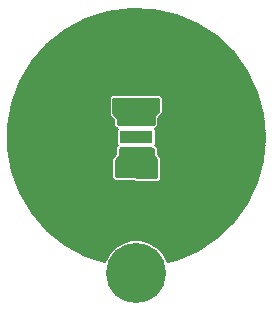
<source format=gbl>
G75*
%MOIN*%
%OFA0B0*%
%FSLAX25Y25*%
%IPPOS*%
%LPD*%
%AMOC8*
5,1,8,0,0,1.08239X$1,22.5*
%
%ADD10R,0.11024X0.02165*%
%ADD11R,0.11024X0.03937*%
%ADD12C,0.15000*%
%ADD13C,0.20000*%
%ADD14C,0.01000*%
%ADD15R,0.03762X0.03762*%
D10*
X0087062Y0054571D03*
X0087062Y0063429D03*
D11*
X0087062Y0059000D03*
D12*
X0087062Y0094433D03*
D13*
X0087062Y0013724D03*
D14*
X0124958Y0039443D02*
X0049090Y0039443D01*
X0048501Y0040430D02*
X0045805Y0047614D01*
X0044435Y0055163D01*
X0044435Y0062837D01*
X0045805Y0070386D01*
X0048501Y0077570D01*
X0052437Y0084157D01*
X0057485Y0089936D01*
X0063484Y0094720D01*
X0070241Y0098356D01*
X0077539Y0100727D01*
X0085142Y0101757D01*
X0092808Y0101413D01*
X0100288Y0099705D01*
X0107344Y0096689D01*
X0113748Y0092462D01*
X0119294Y0087160D01*
X0123804Y0080952D01*
X0127133Y0074039D01*
X0129175Y0066642D01*
X0129862Y0059000D01*
X0129175Y0051358D01*
X0129175Y0051358D01*
X0127133Y0043961D01*
X0123804Y0037048D01*
X0119294Y0030840D01*
X0113748Y0025538D01*
X0107344Y0021310D01*
X0100288Y0018295D01*
X0097500Y0017658D01*
X0097406Y0018009D01*
X0095945Y0020540D01*
X0093878Y0022607D01*
X0091347Y0024068D01*
X0088524Y0024824D01*
X0085601Y0024824D01*
X0082778Y0024068D01*
X0080247Y0022607D01*
X0078180Y0020540D01*
X0076719Y0018009D01*
X0076603Y0017577D01*
X0070241Y0019644D01*
X0063484Y0023280D01*
X0057485Y0028064D01*
X0052437Y0033843D01*
X0048501Y0040430D01*
X0048496Y0040442D02*
X0125439Y0040442D01*
X0125919Y0041440D02*
X0048122Y0041440D01*
X0047747Y0042439D02*
X0126400Y0042439D01*
X0126881Y0043437D02*
X0047372Y0043437D01*
X0046997Y0044436D02*
X0079662Y0044436D01*
X0079800Y0044291D02*
X0079822Y0044290D01*
X0079837Y0044275D01*
X0080482Y0044275D01*
X0093259Y0043978D01*
X0093275Y0043962D01*
X0093919Y0043962D01*
X0094563Y0043948D01*
X0094579Y0043962D01*
X0094600Y0043962D01*
X0095056Y0044418D01*
X0095522Y0044863D01*
X0095522Y0044884D01*
X0095537Y0044900D01*
X0095537Y0045544D01*
X0095552Y0046188D01*
X0095537Y0046204D01*
X0095537Y0052163D01*
X0094600Y0053100D01*
X0094287Y0053413D01*
X0094287Y0055600D01*
X0093493Y0056395D01*
X0093674Y0056576D01*
X0093674Y0061424D01*
X0093441Y0061657D01*
X0093558Y0061775D01*
X0093663Y0061775D01*
X0094600Y0062712D01*
X0094600Y0065212D01*
X0095225Y0065838D01*
X0096162Y0066775D01*
X0096162Y0072163D01*
X0095225Y0073100D01*
X0078900Y0073100D01*
X0077963Y0072163D01*
X0077963Y0066150D01*
X0079525Y0064587D01*
X0079525Y0062712D01*
X0080462Y0061775D01*
X0080566Y0061775D01*
X0080684Y0061657D01*
X0080451Y0061424D01*
X0080451Y0056576D01*
X0080684Y0056343D01*
X0080451Y0056109D01*
X0080451Y0055901D01*
X0080150Y0055600D01*
X0080150Y0053100D01*
X0078900Y0051850D01*
X0078900Y0045893D01*
X0078885Y0045250D01*
X0078900Y0045234D01*
X0078900Y0045212D01*
X0079356Y0044757D01*
X0079800Y0044291D01*
X0078889Y0045434D02*
X0046623Y0045434D01*
X0046248Y0046433D02*
X0078900Y0046433D01*
X0078900Y0047432D02*
X0045873Y0047432D01*
X0045657Y0048430D02*
X0078900Y0048430D01*
X0078900Y0049429D02*
X0045476Y0049429D01*
X0045294Y0050427D02*
X0078900Y0050427D01*
X0078900Y0051426D02*
X0045113Y0051426D01*
X0044932Y0052424D02*
X0079474Y0052424D01*
X0080150Y0053423D02*
X0044751Y0053423D01*
X0044570Y0054421D02*
X0080150Y0054421D01*
X0080150Y0055420D02*
X0044435Y0055420D01*
X0044435Y0056418D02*
X0080608Y0056418D01*
X0080451Y0057417D02*
X0044435Y0057417D01*
X0044435Y0058415D02*
X0080451Y0058415D01*
X0080451Y0059414D02*
X0044435Y0059414D01*
X0044435Y0060412D02*
X0080451Y0060412D01*
X0080451Y0061411D02*
X0044435Y0061411D01*
X0044435Y0062409D02*
X0079828Y0062409D01*
X0079525Y0063408D02*
X0044538Y0063408D01*
X0044720Y0064406D02*
X0079525Y0064406D01*
X0078708Y0065405D02*
X0044901Y0065405D01*
X0045082Y0066403D02*
X0077963Y0066403D01*
X0077963Y0067402D02*
X0045263Y0067402D01*
X0045444Y0068400D02*
X0077963Y0068400D01*
X0077963Y0069399D02*
X0045626Y0069399D01*
X0045809Y0070397D02*
X0077963Y0070397D01*
X0077963Y0071396D02*
X0046184Y0071396D01*
X0046558Y0072394D02*
X0078194Y0072394D01*
X0079563Y0071500D02*
X0094562Y0071500D01*
X0094562Y0067438D01*
X0093000Y0065875D01*
X0093000Y0063375D01*
X0081125Y0063375D01*
X0081125Y0065250D01*
X0079563Y0066813D01*
X0079563Y0071500D01*
X0079563Y0071396D02*
X0094562Y0071396D01*
X0094562Y0070397D02*
X0079563Y0070397D01*
X0079563Y0069399D02*
X0094562Y0069399D01*
X0094562Y0068400D02*
X0079563Y0068400D01*
X0079563Y0067402D02*
X0094527Y0067402D01*
X0093528Y0066403D02*
X0079972Y0066403D01*
X0080970Y0065405D02*
X0093000Y0065405D01*
X0093000Y0064406D02*
X0081125Y0064406D01*
X0081125Y0063408D02*
X0093000Y0063408D01*
X0094600Y0063408D02*
X0129466Y0063408D01*
X0129376Y0064406D02*
X0094600Y0064406D01*
X0094792Y0065405D02*
X0129286Y0065405D01*
X0129196Y0066403D02*
X0095791Y0066403D01*
X0096162Y0067402D02*
X0128965Y0067402D01*
X0128689Y0068400D02*
X0096162Y0068400D01*
X0096162Y0069399D02*
X0128414Y0069399D01*
X0128138Y0070397D02*
X0096162Y0070397D01*
X0096162Y0071396D02*
X0127863Y0071396D01*
X0127587Y0072394D02*
X0095931Y0072394D01*
X0094297Y0062409D02*
X0129556Y0062409D01*
X0129646Y0061411D02*
X0093674Y0061411D01*
X0093674Y0060412D02*
X0129735Y0060412D01*
X0129825Y0059414D02*
X0093674Y0059414D01*
X0093674Y0058415D02*
X0129810Y0058415D01*
X0129720Y0057417D02*
X0093674Y0057417D01*
X0093517Y0056418D02*
X0129630Y0056418D01*
X0129540Y0055420D02*
X0094287Y0055420D01*
X0094287Y0054421D02*
X0129450Y0054421D01*
X0129361Y0053423D02*
X0094287Y0053423D01*
X0095276Y0052424D02*
X0129271Y0052424D01*
X0129181Y0051426D02*
X0095537Y0051426D01*
X0095537Y0050427D02*
X0128918Y0050427D01*
X0128642Y0049429D02*
X0095537Y0049429D01*
X0095537Y0048430D02*
X0128367Y0048430D01*
X0128091Y0047432D02*
X0095537Y0047432D01*
X0095537Y0046433D02*
X0127816Y0046433D01*
X0127540Y0045434D02*
X0095537Y0045434D01*
X0095075Y0044436D02*
X0127264Y0044436D01*
X0124477Y0038445D02*
X0049687Y0038445D01*
X0050284Y0037446D02*
X0123996Y0037446D01*
X0123368Y0036448D02*
X0050880Y0036448D01*
X0051477Y0035449D02*
X0122643Y0035449D01*
X0121917Y0034451D02*
X0052073Y0034451D01*
X0052778Y0033452D02*
X0121192Y0033452D01*
X0120466Y0032454D02*
X0053650Y0032454D01*
X0054522Y0031455D02*
X0119741Y0031455D01*
X0119294Y0030840D02*
X0119294Y0030840D01*
X0118893Y0030457D02*
X0055395Y0030457D01*
X0056267Y0029458D02*
X0117849Y0029458D01*
X0116804Y0028460D02*
X0057140Y0028460D01*
X0058241Y0027461D02*
X0115760Y0027461D01*
X0114716Y0026463D02*
X0059493Y0026463D01*
X0060745Y0025464D02*
X0113637Y0025464D01*
X0112124Y0024466D02*
X0089862Y0024466D01*
X0092387Y0023467D02*
X0110611Y0023467D01*
X0109099Y0022469D02*
X0094016Y0022469D01*
X0095014Y0021470D02*
X0107586Y0021470D01*
X0105382Y0020472D02*
X0095984Y0020472D01*
X0096561Y0019473D02*
X0103046Y0019473D01*
X0100709Y0018475D02*
X0097137Y0018475D01*
X0084263Y0024466D02*
X0061998Y0024466D01*
X0063250Y0023467D02*
X0081738Y0023467D01*
X0080109Y0022469D02*
X0064992Y0022469D01*
X0066848Y0021470D02*
X0079111Y0021470D01*
X0078141Y0020472D02*
X0068703Y0020472D01*
X0070767Y0019473D02*
X0077564Y0019473D01*
X0076988Y0018475D02*
X0073840Y0018475D01*
X0080500Y0045875D02*
X0080500Y0051187D01*
X0081750Y0052437D01*
X0081750Y0054937D01*
X0092687Y0054937D01*
X0092687Y0052750D01*
X0093937Y0051500D01*
X0093937Y0045562D01*
X0080500Y0045875D01*
X0080500Y0046433D02*
X0093937Y0046433D01*
X0093937Y0047432D02*
X0080500Y0047432D01*
X0080500Y0048430D02*
X0093937Y0048430D01*
X0093937Y0049429D02*
X0080500Y0049429D01*
X0080500Y0050427D02*
X0093937Y0050427D01*
X0093937Y0051426D02*
X0080738Y0051426D01*
X0081737Y0052424D02*
X0093013Y0052424D01*
X0092687Y0053423D02*
X0081750Y0053423D01*
X0081750Y0054421D02*
X0092687Y0054421D01*
X0124559Y0079384D02*
X0049585Y0079384D01*
X0050181Y0080382D02*
X0124078Y0080382D01*
X0123493Y0081381D02*
X0050778Y0081381D01*
X0051374Y0082379D02*
X0122767Y0082379D01*
X0122042Y0083378D02*
X0051971Y0083378D01*
X0052628Y0084376D02*
X0121316Y0084376D01*
X0120591Y0085375D02*
X0053500Y0085375D01*
X0054373Y0086373D02*
X0119865Y0086373D01*
X0119072Y0087372D02*
X0055245Y0087372D01*
X0056118Y0088370D02*
X0118028Y0088370D01*
X0116983Y0089369D02*
X0056990Y0089369D01*
X0058027Y0090368D02*
X0115939Y0090368D01*
X0114895Y0091366D02*
X0059279Y0091366D01*
X0060531Y0092365D02*
X0113850Y0092365D01*
X0112383Y0093363D02*
X0061783Y0093363D01*
X0063035Y0094362D02*
X0110871Y0094362D01*
X0109358Y0095360D02*
X0064674Y0095360D01*
X0066530Y0096359D02*
X0107845Y0096359D01*
X0105782Y0097357D02*
X0068385Y0097357D01*
X0070241Y0098356D02*
X0103446Y0098356D01*
X0101110Y0099354D02*
X0073314Y0099354D01*
X0076387Y0100353D02*
X0097452Y0100353D01*
X0093077Y0101351D02*
X0082147Y0101351D01*
X0048988Y0078385D02*
X0125040Y0078385D01*
X0125521Y0077387D02*
X0048432Y0077387D01*
X0048057Y0076388D02*
X0126002Y0076388D01*
X0126483Y0075390D02*
X0047683Y0075390D01*
X0047308Y0074391D02*
X0126964Y0074391D01*
X0127312Y0073393D02*
X0046933Y0073393D01*
D15*
X0083313Y0069000D03*
X0090812Y0069000D03*
X0090812Y0049000D03*
X0083625Y0049000D03*
X0060500Y0032125D03*
M02*

</source>
